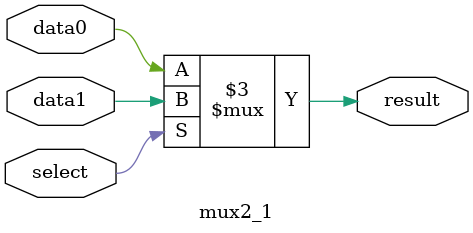
<source format=sv>
module mux2_1 (input logic data0,
					  input logic data1,
					  input logic select,
					  output logic result);

  always_comb begin
    if (select)
      result = data1;
    else
      result = data0;
  end

endmodule
</source>
